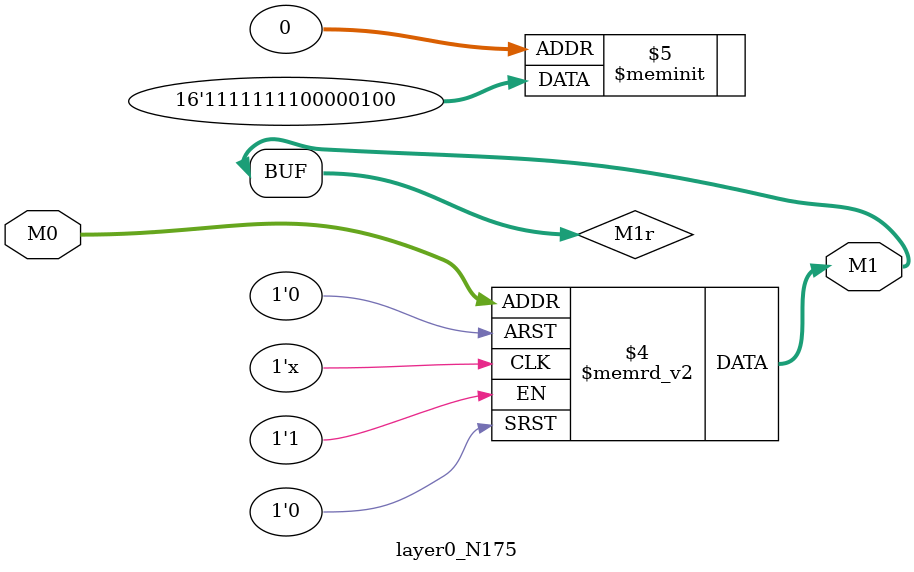
<source format=v>
module layer0_N175 ( input [2:0] M0, output [1:0] M1 );

	(*rom_style = "distributed" *) reg [1:0] M1r;
	assign M1 = M1r;
	always @ (M0) begin
		case (M0)
			3'b000: M1r = 2'b00;
			3'b100: M1r = 2'b11;
			3'b010: M1r = 2'b00;
			3'b110: M1r = 2'b11;
			3'b001: M1r = 2'b01;
			3'b101: M1r = 2'b11;
			3'b011: M1r = 2'b00;
			3'b111: M1r = 2'b11;

		endcase
	end
endmodule

</source>
